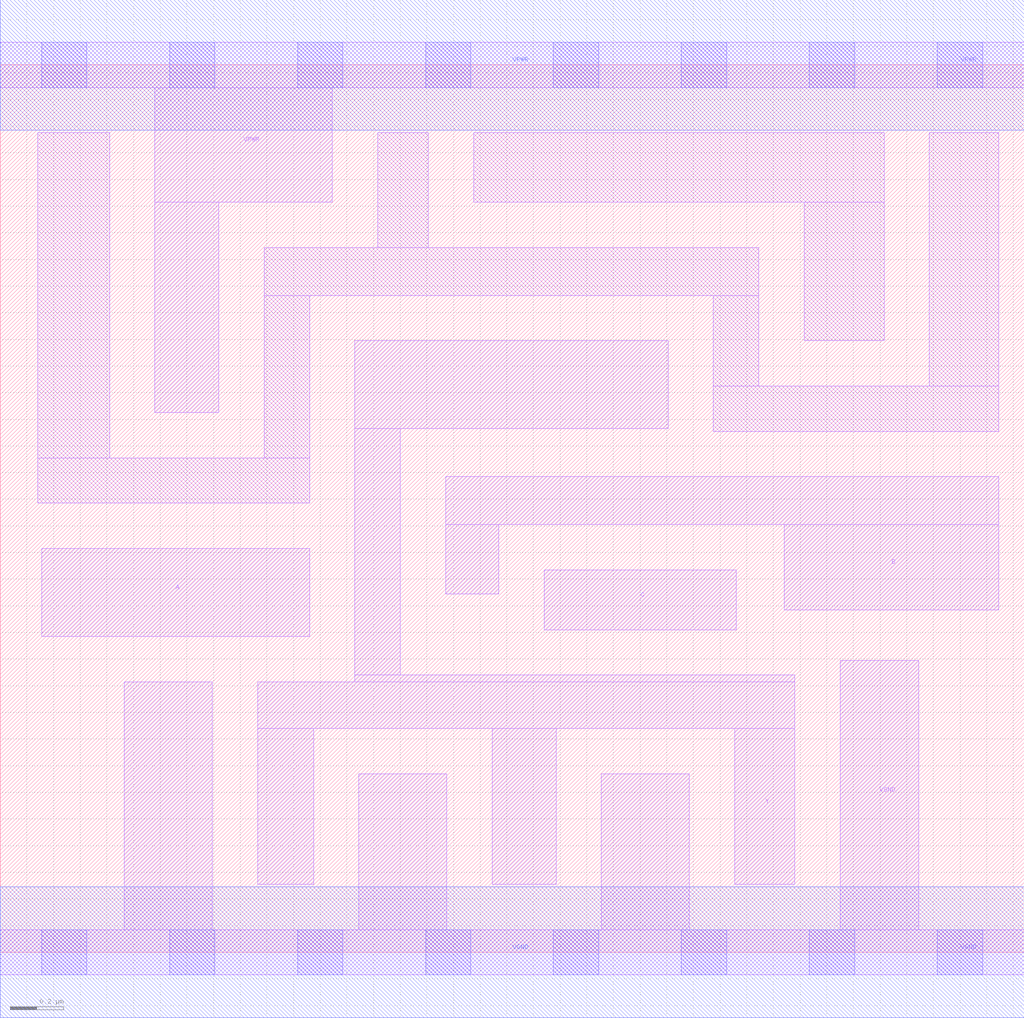
<source format=lef>
# Copyright 2020 The SkyWater PDK Authors
#
# Licensed under the Apache License, Version 2.0 (the "License");
# you may not use this file except in compliance with the License.
# You may obtain a copy of the License at
#
#     https://www.apache.org/licenses/LICENSE-2.0
#
# Unless required by applicable law or agreed to in writing, software
# distributed under the License is distributed on an "AS IS" BASIS,
# WITHOUT WARRANTIES OR CONDITIONS OF ANY KIND, either express or implied.
# See the License for the specific language governing permissions and
# limitations under the License.
#
# SPDX-License-Identifier: Apache-2.0

VERSION 5.7 ;
  NAMESCASESENSITIVE ON ;
  NOWIREEXTENSIONATPIN ON ;
  DIVIDERCHAR "/" ;
  BUSBITCHARS "[]" ;
UNITS
  DATABASE MICRONS 200 ;
END UNITS
MACRO sky130_fd_sc_lp__nor3_2
  CLASS CORE ;
  SOURCE USER ;
  FOREIGN sky130_fd_sc_lp__nor3_2 ;
  ORIGIN  0.000000  0.000000 ;
  SIZE  3.840000 BY  3.330000 ;
  SYMMETRY X Y R90 ;
  SITE unit ;
  PIN A
    ANTENNAGATEAREA  0.630000 ;
    DIRECTION INPUT ;
    USE SIGNAL ;
    PORT
      LAYER li1 ;
        RECT 0.155000 1.185000 1.160000 1.515000 ;
    END
  END A
  PIN B
    ANTENNAGATEAREA  0.630000 ;
    DIRECTION INPUT ;
    USE SIGNAL ;
    PORT
      LAYER li1 ;
        RECT 1.670000 1.345000 1.870000 1.605000 ;
        RECT 1.670000 1.605000 3.745000 1.785000 ;
        RECT 2.940000 1.285000 3.745000 1.605000 ;
    END
  END B
  PIN C
    ANTENNAGATEAREA  0.630000 ;
    DIRECTION INPUT ;
    USE SIGNAL ;
    PORT
      LAYER li1 ;
        RECT 2.040000 1.210000 2.760000 1.435000 ;
    END
  END C
  PIN Y
    ANTENNADIFFAREA  1.117200 ;
    DIRECTION OUTPUT ;
    USE SIGNAL ;
    PORT
      LAYER li1 ;
        RECT 0.965000 0.255000 1.175000 0.840000 ;
        RECT 0.965000 0.840000 2.980000 1.015000 ;
        RECT 1.330000 1.015000 2.980000 1.040000 ;
        RECT 1.330000 1.040000 1.500000 1.965000 ;
        RECT 1.330000 1.965000 2.505000 2.295000 ;
        RECT 1.845000 0.255000 2.085000 0.840000 ;
        RECT 2.755000 0.255000 2.980000 0.840000 ;
    END
  END Y
  PIN VGND
    DIRECTION INOUT ;
    USE GROUND ;
    PORT
      LAYER li1 ;
        RECT 0.000000 -0.085000 3.840000 0.085000 ;
        RECT 0.465000  0.085000 0.795000 1.015000 ;
        RECT 1.345000  0.085000 1.675000 0.670000 ;
        RECT 2.255000  0.085000 2.585000 0.670000 ;
        RECT 3.150000  0.085000 3.445000 1.095000 ;
      LAYER mcon ;
        RECT 0.155000 -0.085000 0.325000 0.085000 ;
        RECT 0.635000 -0.085000 0.805000 0.085000 ;
        RECT 1.115000 -0.085000 1.285000 0.085000 ;
        RECT 1.595000 -0.085000 1.765000 0.085000 ;
        RECT 2.075000 -0.085000 2.245000 0.085000 ;
        RECT 2.555000 -0.085000 2.725000 0.085000 ;
        RECT 3.035000 -0.085000 3.205000 0.085000 ;
        RECT 3.515000 -0.085000 3.685000 0.085000 ;
      LAYER met1 ;
        RECT 0.000000 -0.245000 3.840000 0.245000 ;
    END
  END VGND
  PIN VPWR
    DIRECTION INOUT ;
    USE POWER ;
    PORT
      LAYER li1 ;
        RECT 0.000000 3.245000 3.840000 3.415000 ;
        RECT 0.580000 2.025000 0.820000 2.815000 ;
        RECT 0.580000 2.815000 1.245000 3.245000 ;
      LAYER mcon ;
        RECT 0.155000 3.245000 0.325000 3.415000 ;
        RECT 0.635000 3.245000 0.805000 3.415000 ;
        RECT 1.115000 3.245000 1.285000 3.415000 ;
        RECT 1.595000 3.245000 1.765000 3.415000 ;
        RECT 2.075000 3.245000 2.245000 3.415000 ;
        RECT 2.555000 3.245000 2.725000 3.415000 ;
        RECT 3.035000 3.245000 3.205000 3.415000 ;
        RECT 3.515000 3.245000 3.685000 3.415000 ;
      LAYER met1 ;
        RECT 0.000000 3.085000 3.840000 3.575000 ;
    END
  END VPWR
  OBS
    LAYER li1 ;
      RECT 0.140000 1.685000 1.160000 1.855000 ;
      RECT 0.140000 1.855000 0.410000 3.075000 ;
      RECT 0.990000 1.855000 1.160000 2.465000 ;
      RECT 0.990000 2.465000 2.845000 2.645000 ;
      RECT 1.415000 2.645000 1.605000 3.075000 ;
      RECT 1.775000 2.815000 3.315000 3.075000 ;
      RECT 2.675000 1.955000 3.745000 2.125000 ;
      RECT 2.675000 2.125000 2.845000 2.465000 ;
      RECT 3.015000 2.295000 3.315000 2.815000 ;
      RECT 3.485000 2.125000 3.745000 3.075000 ;
  END
END sky130_fd_sc_lp__nor3_2

</source>
